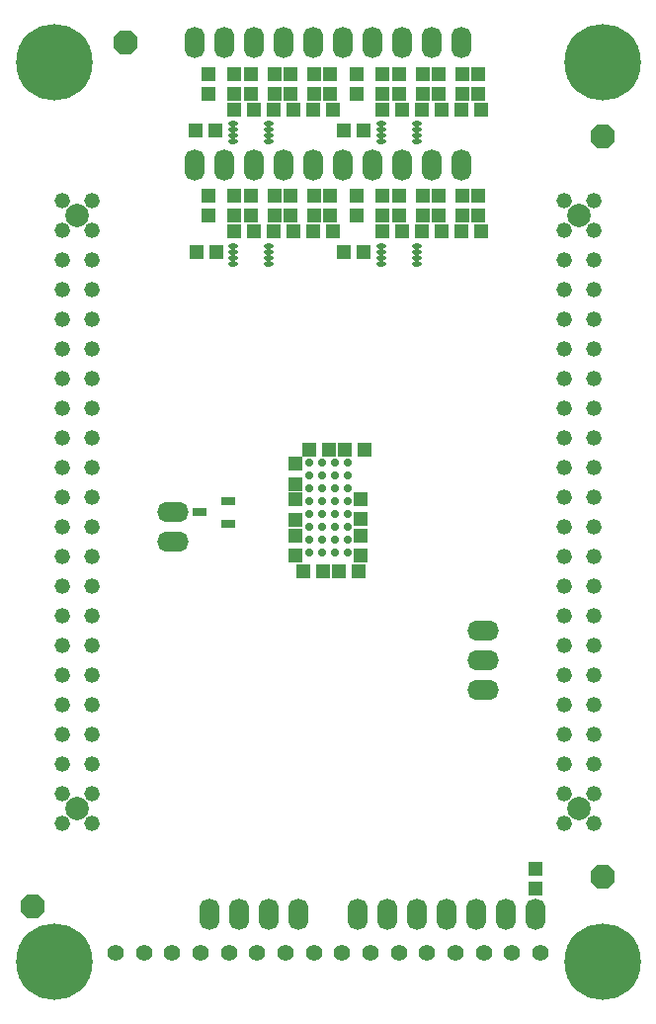
<source format=gbs>
G04 Layer_Color=16711935*
%FSLAX25Y25*%
%MOIN*%
G70*
G01*
G75*
%ADD65R,0.05131X0.04737*%
%ADD66R,0.04737X0.05131*%
%ADD67R,0.04540X0.03162*%
%ADD83O,0.06800X0.10642*%
%ADD84O,0.10642X0.06800*%
%ADD85C,0.25800*%
%ADD86C,0.05200*%
%ADD87C,0.07900*%
%ADD88P,0.08750X8X112.5*%
%ADD89C,0.02800*%
G04:AMPARAMS|DCode=90|XSize=55.24mil|YSize=55.24mil|CornerRadius=27.62mil|HoleSize=0mil|Usage=FLASHONLY|Rotation=0.000|XOffset=0mil|YOffset=0mil|HoleType=Round|Shape=RoundedRectangle|*
%AMROUNDEDRECTD90*
21,1,0.05524,0.00000,0,0,0.0*
21,1,0.00000,0.05524,0,0,0.0*
1,1,0.05524,0.00000,0.00000*
1,1,0.05524,0.00000,0.00000*
1,1,0.05524,0.00000,0.00000*
1,1,0.05524,0.00000,0.00000*
%
%ADD90ROUNDEDRECTD90*%
%ADD91O,0.03162X0.01784*%
G04:AMPARAMS|DCode=92|XSize=55.24mil|YSize=55.24mil|CornerRadius=27.62mil|HoleSize=0mil|Usage=FLASHONLY|Rotation=90.000|XOffset=0mil|YOffset=0mil|HoleType=Round|Shape=RoundedRectangle|*
%AMROUNDEDRECTD92*
21,1,0.05524,0.00000,0,0,90.0*
21,1,0.00000,0.05524,0,0,90.0*
1,1,0.05524,0.00000,0.00000*
1,1,0.05524,0.00000,0.00000*
1,1,0.05524,0.00000,0.00000*
1,1,0.05524,0.00000,0.00000*
%
%ADD92ROUNDEDRECTD92*%
D65*
X178268Y47052D02*
D03*
Y40360D02*
D03*
X103504Y315118D02*
D03*
Y308425D02*
D03*
X153504Y315118D02*
D03*
Y308425D02*
D03*
X103504Y273937D02*
D03*
Y267244D02*
D03*
X153504Y273937D02*
D03*
Y267244D02*
D03*
X90118Y315118D02*
D03*
Y308425D02*
D03*
X140118Y315118D02*
D03*
Y308425D02*
D03*
X90118Y273937D02*
D03*
Y267244D02*
D03*
X140118Y273937D02*
D03*
Y267244D02*
D03*
X76732Y315118D02*
D03*
Y308425D02*
D03*
X126732Y315118D02*
D03*
Y308425D02*
D03*
X76732Y273937D02*
D03*
Y267244D02*
D03*
X126732Y273937D02*
D03*
Y267244D02*
D03*
X82244Y315118D02*
D03*
Y308425D02*
D03*
X95630Y315118D02*
D03*
Y308425D02*
D03*
X109016Y315118D02*
D03*
Y308425D02*
D03*
X132244Y315118D02*
D03*
Y308425D02*
D03*
X145630Y315118D02*
D03*
Y308425D02*
D03*
X159016Y315118D02*
D03*
Y308425D02*
D03*
X82244Y273937D02*
D03*
Y267244D02*
D03*
X95630Y273937D02*
D03*
Y267244D02*
D03*
X109016Y273937D02*
D03*
Y267244D02*
D03*
X132244Y273937D02*
D03*
Y267244D02*
D03*
X145630Y273937D02*
D03*
Y267244D02*
D03*
X159016Y273937D02*
D03*
Y267244D02*
D03*
X97244Y159398D02*
D03*
Y152705D02*
D03*
X97268Y171480D02*
D03*
Y164787D02*
D03*
X119291Y152705D02*
D03*
Y159398D02*
D03*
X97268Y176787D02*
D03*
Y183480D02*
D03*
X68071Y315118D02*
D03*
Y308425D02*
D03*
X118071Y315118D02*
D03*
Y308425D02*
D03*
X68071Y273937D02*
D03*
Y267244D02*
D03*
X118071Y273937D02*
D03*
Y267244D02*
D03*
X119291Y171603D02*
D03*
Y164910D02*
D03*
D66*
X113976Y188335D02*
D03*
X120669D02*
D03*
X108465D02*
D03*
X101772D02*
D03*
X118488Y147390D02*
D03*
X111795D02*
D03*
X99984D02*
D03*
X106677D02*
D03*
X103307Y303110D02*
D03*
X110000D02*
D03*
X153307D02*
D03*
X160000D02*
D03*
X103307Y261929D02*
D03*
X110000D02*
D03*
X153307D02*
D03*
X160000D02*
D03*
X89921Y303110D02*
D03*
X96614D02*
D03*
X139921D02*
D03*
X146614D02*
D03*
X89921Y261929D02*
D03*
X96614D02*
D03*
X139921D02*
D03*
X146614D02*
D03*
X76535Y303110D02*
D03*
X83228D02*
D03*
X126535D02*
D03*
X133228D02*
D03*
X76535Y261929D02*
D03*
X83228D02*
D03*
X126535D02*
D03*
X133228D02*
D03*
X63543Y296024D02*
D03*
X70236D02*
D03*
X113543D02*
D03*
X120236D02*
D03*
X113543Y254843D02*
D03*
X120236D02*
D03*
X63798D02*
D03*
X70491D02*
D03*
D67*
X64862Y167165D02*
D03*
X74508Y163425D02*
D03*
Y170905D02*
D03*
D83*
X178268Y31496D02*
D03*
X168268D02*
D03*
X83268Y325591D02*
D03*
X93268D02*
D03*
X103268D02*
D03*
X73268D02*
D03*
X63268D02*
D03*
X133268D02*
D03*
X143268D02*
D03*
X153268D02*
D03*
X123268D02*
D03*
X113268D02*
D03*
X83268Y284409D02*
D03*
X93268D02*
D03*
X103268D02*
D03*
X73268D02*
D03*
X63268D02*
D03*
X133268D02*
D03*
X143268D02*
D03*
X153268D02*
D03*
X123268D02*
D03*
X113268D02*
D03*
X138268Y31496D02*
D03*
X148268D02*
D03*
X158268D02*
D03*
X128268D02*
D03*
X118268D02*
D03*
X68268D02*
D03*
X78268D02*
D03*
X88268D02*
D03*
X98268D02*
D03*
D84*
X55905Y157165D02*
D03*
Y167165D02*
D03*
X160641Y127323D02*
D03*
Y117323D02*
D03*
Y107323D02*
D03*
D85*
X15748Y15748D02*
D03*
X200787D02*
D03*
Y318898D02*
D03*
X15748D02*
D03*
D86*
X28650Y272323D02*
D03*
Y262323D02*
D03*
Y252323D02*
D03*
Y242323D02*
D03*
Y232323D02*
D03*
Y222323D02*
D03*
Y212323D02*
D03*
Y202323D02*
D03*
Y192323D02*
D03*
Y182323D02*
D03*
Y172323D02*
D03*
Y162323D02*
D03*
Y152323D02*
D03*
Y142323D02*
D03*
Y132323D02*
D03*
Y122323D02*
D03*
Y112323D02*
D03*
Y102323D02*
D03*
Y92323D02*
D03*
Y82323D02*
D03*
Y72323D02*
D03*
Y62323D02*
D03*
X18650Y272323D02*
D03*
Y262323D02*
D03*
Y252323D02*
D03*
Y242323D02*
D03*
Y232323D02*
D03*
Y222323D02*
D03*
Y212323D02*
D03*
Y202323D02*
D03*
Y192323D02*
D03*
Y182323D02*
D03*
Y172323D02*
D03*
Y162323D02*
D03*
Y152323D02*
D03*
Y142323D02*
D03*
Y132323D02*
D03*
Y122323D02*
D03*
Y112323D02*
D03*
Y102323D02*
D03*
Y92323D02*
D03*
Y82323D02*
D03*
Y72323D02*
D03*
Y62323D02*
D03*
X197941Y272323D02*
D03*
Y262323D02*
D03*
Y252323D02*
D03*
Y242323D02*
D03*
Y232323D02*
D03*
Y222323D02*
D03*
Y212323D02*
D03*
Y202323D02*
D03*
Y192323D02*
D03*
Y182323D02*
D03*
Y172323D02*
D03*
Y162323D02*
D03*
Y152323D02*
D03*
Y142323D02*
D03*
Y132323D02*
D03*
Y122323D02*
D03*
Y112323D02*
D03*
Y102323D02*
D03*
Y92323D02*
D03*
Y82323D02*
D03*
Y72323D02*
D03*
Y62323D02*
D03*
X187941Y272323D02*
D03*
Y262323D02*
D03*
Y252323D02*
D03*
Y242323D02*
D03*
Y232323D02*
D03*
Y222323D02*
D03*
Y212323D02*
D03*
Y202323D02*
D03*
Y192323D02*
D03*
Y182323D02*
D03*
Y172323D02*
D03*
Y162323D02*
D03*
Y152323D02*
D03*
Y142323D02*
D03*
Y132323D02*
D03*
Y122323D02*
D03*
Y112323D02*
D03*
Y102323D02*
D03*
Y92323D02*
D03*
Y82323D02*
D03*
Y72323D02*
D03*
Y62323D02*
D03*
D87*
X23650Y267323D02*
D03*
Y67323D02*
D03*
X192941Y267323D02*
D03*
Y67323D02*
D03*
D88*
X8568Y34446D02*
D03*
X200787Y293976D02*
D03*
X39792Y325591D02*
D03*
X200787Y44134D02*
D03*
D89*
X114764Y183808D02*
D03*
Y179477D02*
D03*
Y175146D02*
D03*
Y170815D02*
D03*
Y166485D02*
D03*
Y162154D02*
D03*
Y157823D02*
D03*
Y153493D02*
D03*
X110433Y183808D02*
D03*
Y179477D02*
D03*
Y175146D02*
D03*
Y170815D02*
D03*
Y166485D02*
D03*
Y162154D02*
D03*
Y157823D02*
D03*
Y153493D02*
D03*
X106102Y183808D02*
D03*
Y179477D02*
D03*
Y175146D02*
D03*
Y170815D02*
D03*
Y166485D02*
D03*
Y162154D02*
D03*
Y157823D02*
D03*
Y153493D02*
D03*
X101772Y183808D02*
D03*
Y179477D02*
D03*
Y175146D02*
D03*
Y170815D02*
D03*
Y166485D02*
D03*
Y162154D02*
D03*
Y157823D02*
D03*
Y153493D02*
D03*
D90*
X160814Y18504D02*
D03*
X170367D02*
D03*
X122598D02*
D03*
X132152D02*
D03*
X141706D02*
D03*
X151260D02*
D03*
D91*
X88150Y298189D02*
D03*
Y296221D02*
D03*
Y294252D02*
D03*
Y292284D02*
D03*
X76339Y298189D02*
D03*
Y296221D02*
D03*
Y294252D02*
D03*
Y292284D02*
D03*
X138150Y298189D02*
D03*
Y296221D02*
D03*
Y294252D02*
D03*
Y292284D02*
D03*
X126339Y298189D02*
D03*
Y296221D02*
D03*
Y294252D02*
D03*
Y292284D02*
D03*
X88150Y257008D02*
D03*
Y255039D02*
D03*
Y253071D02*
D03*
Y251102D02*
D03*
X76339Y257008D02*
D03*
Y255039D02*
D03*
Y253071D02*
D03*
Y251102D02*
D03*
X138150Y257008D02*
D03*
Y255039D02*
D03*
Y253071D02*
D03*
Y251102D02*
D03*
X126339Y257008D02*
D03*
Y255039D02*
D03*
Y253071D02*
D03*
Y251102D02*
D03*
D92*
X179921Y18504D02*
D03*
X36614D02*
D03*
X46168D02*
D03*
X55722D02*
D03*
X65276D02*
D03*
X74829D02*
D03*
X84383D02*
D03*
X93937D02*
D03*
X103491D02*
D03*
X113045D02*
D03*
M02*

</source>
